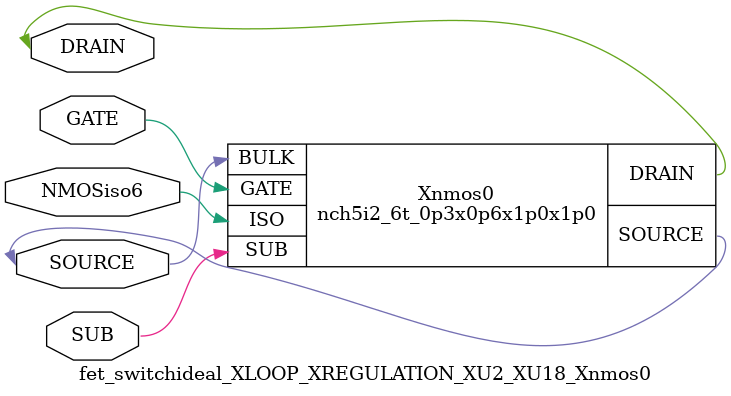
<source format=v>

module nch5i2_6t_0p3x0p6x1p0x1p0 (DRAIN,GATE,SOURCE,ISO,BULK,SUB);
input GATE;
input ISO;
input BULK;
input SUB;
inout SOURCE;
inout DRAIN;
endmodule

//Celera Confidential Do Not Copy fet_switchideal_XLOOP_XREGULATION_XU2_XU18_Xnmos0
//Celera Confidential Symbol Generator
//signal NMOS:Ron:10000 Ohm
//Vgs 6V Vds 6V
//Kelvin:no
module fet_switchideal_XLOOP_XREGULATION_XU2_XU18_Xnmos0 (GATE,SOURCE,DRAIN,NMOSiso6,SUB);
input GATE;
inout SOURCE;
inout DRAIN;
input SUB;
input NMOSiso6;

//Celera Confidential Do Not Copy nch5i2_6t_0p3x0p6x1p0x1p0
nch5i2_6t_0p3x0p6x1p0x1p0 Xnmos0(
.DRAIN (DRAIN),
.GATE (GATE),
.SOURCE (SOURCE),
.ISO (NMOSiso6),
.BULK (SOURCE),
.SUB (SUB)
);
//,diesize,nch5i2_6t_0p3x0p6x1p0x1p0

//Celera Confidential Do Not Copy Module End
//Celera Schematic Generator
endmodule

</source>
